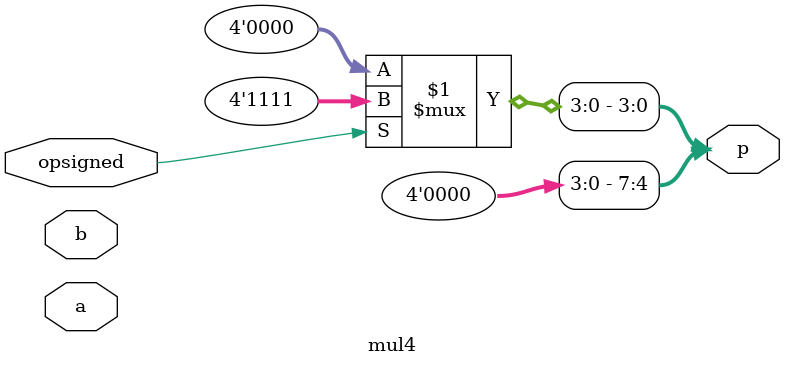
<source format=v>
module mul4 #(
    parameter   WIDTH                   = 4
) (
    input  wire                         opsigned,
    input  wire [WIDTH-1:0]             a,
    input  wire [WIDTH-1:0]             b,
    output wire [WIDTH+WIDTH-1:0]       p
);

    // This was a stub to just check the testbench connectivity
    assign p = opsigned ? {WIDTH{1'b1}} : {WIDTH{1'b0}};

endmodule

</source>
